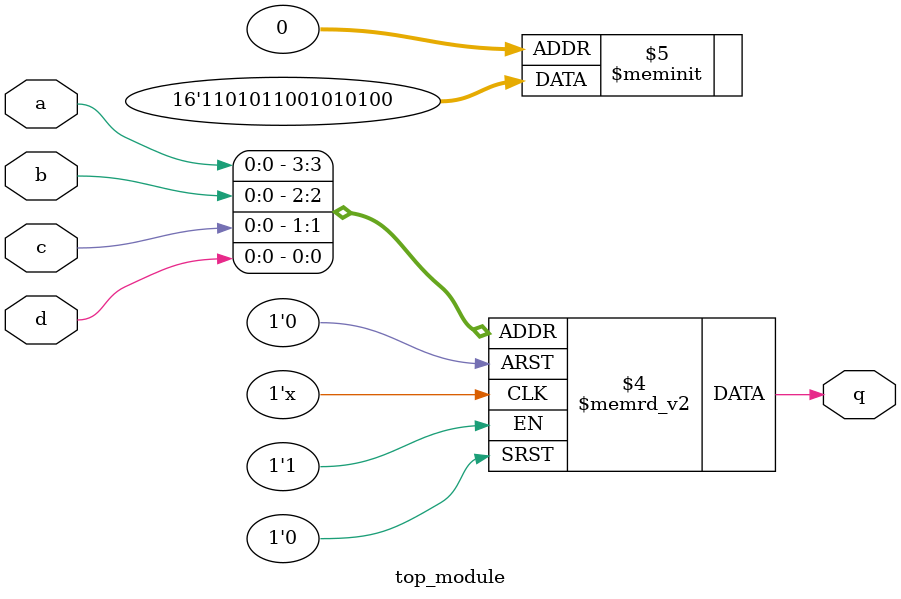
<source format=sv>
module top_module (
   input logic a, 
   input logic b, 
   input logic c, 
   input logic d,
   output logic q
);

   always_comb begin
      case ({a, b, c, d})
         4'b0000: q = 1'b0;
         4'b0001: q = 1'b0;
         4'b0010: q = 1'b1;
         4'b0011: q = 1'b0;
         4'b0100: q = 1'b1;
         4'b0101: q = 1'b0;
         4'b0110: q = 1'b1;
         4'b0111: q = 1'b0;
         4'b1000: q = 1'b0;
         4'b1001: q = 1'b1;
         4'b1010: q = 1'b1;
         4'b1011: q = 1'b0;
         4'b1100: q = 1'b1;
         4'b1101: q = 1'b0;
         4'b1110: q = 1'b1;
         4'b1111: q = 1'b1;
      endcase
   end

endmodule

</source>
